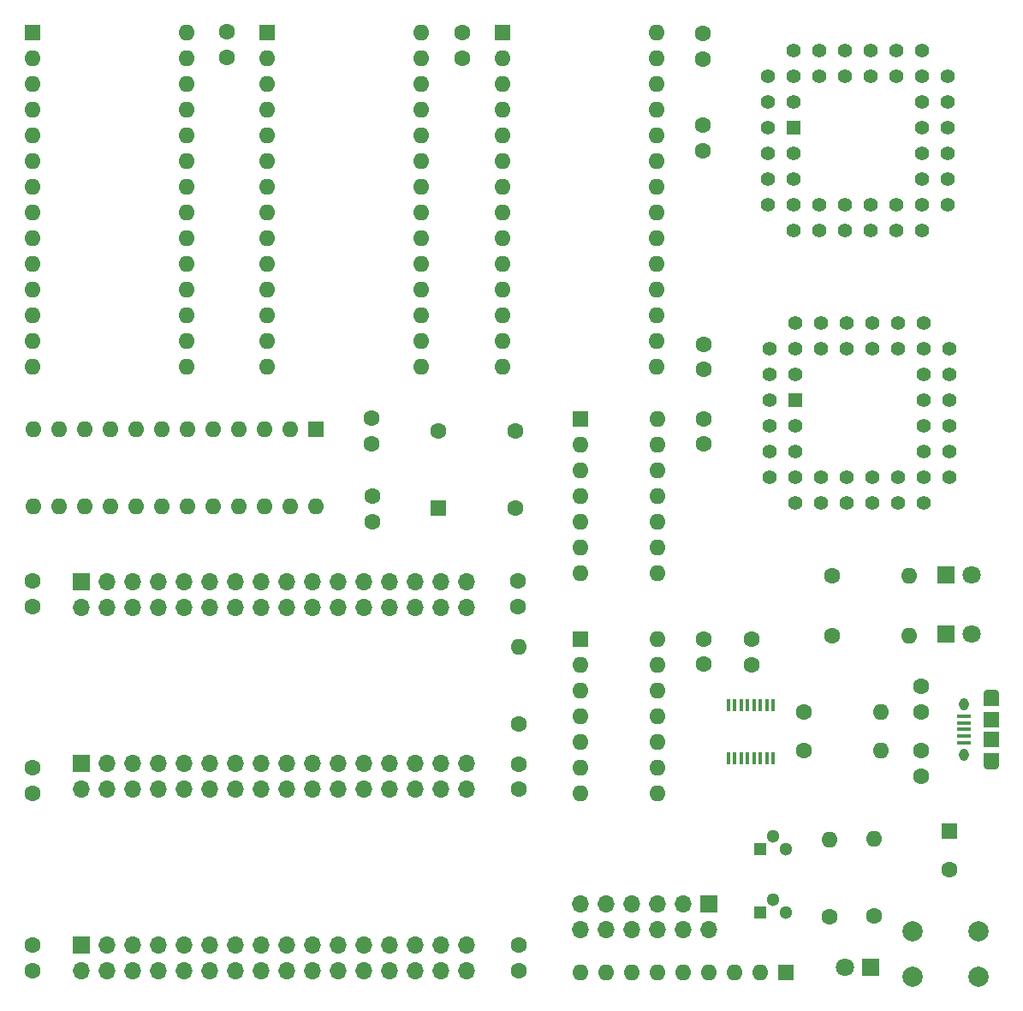
<source format=gbr>
%TF.GenerationSoftware,KiCad,Pcbnew,(5.1.9-0-10_14)*%
%TF.CreationDate,2021-09-07T13:10:11+02:00*%
%TF.ProjectId,n8 bit special,6e382062-6974-4207-9370-656369616c2e,2*%
%TF.SameCoordinates,Original*%
%TF.FileFunction,Soldermask,Top*%
%TF.FilePolarity,Negative*%
%FSLAX46Y46*%
G04 Gerber Fmt 4.6, Leading zero omitted, Abs format (unit mm)*
G04 Created by KiCad (PCBNEW (5.1.9-0-10_14)) date 2021-09-07 13:10:11*
%MOMM*%
%LPD*%
G01*
G04 APERTURE LIST*
%ADD10C,1.600000*%
%ADD11O,1.600000X1.600000*%
%ADD12R,1.600000X1.600000*%
%ADD13O,1.700000X1.700000*%
%ADD14R,1.700000X1.700000*%
%ADD15R,0.400000X1.200000*%
%ADD16C,1.422400*%
%ADD17R,1.422400X1.422400*%
%ADD18C,1.800000*%
%ADD19R,1.800000X1.800000*%
%ADD20R,1.300000X1.300000*%
%ADD21C,1.300000*%
%ADD22O,1.550000X0.890000*%
%ADD23R,1.550000X1.200000*%
%ADD24R,1.550000X1.500000*%
%ADD25O,0.950000X1.250000*%
%ADD26R,1.350000X0.400000*%
%ADD27C,2.000000*%
G04 APERTURE END LIST*
D10*
%TO.C,C20*%
X178562000Y-108003000D03*
X178562000Y-110503000D03*
%TD*%
%TO.C,C19*%
X178587000Y-116825000D03*
X178587000Y-114325000D03*
%TD*%
%TO.C,C9*%
X157048000Y-105789000D03*
X157048000Y-103289000D03*
%TD*%
D11*
%TO.C,U10*%
X152451000Y-81559400D03*
X144831000Y-96799400D03*
X152451000Y-84099400D03*
X144831000Y-94259400D03*
X152451000Y-86639400D03*
X144831000Y-91719400D03*
X152451000Y-89179400D03*
X144831000Y-89179400D03*
X152451000Y-91719400D03*
X144831000Y-86639400D03*
X152451000Y-94259400D03*
X144831000Y-84099400D03*
X152451000Y-96799400D03*
D12*
X144831000Y-81559400D03*
%TD*%
D11*
%TO.C,R2*%
X138735000Y-104059000D03*
D10*
X138735000Y-111679000D03*
%TD*%
D13*
%TO.C,J6*%
X144869000Y-132029000D03*
X144869000Y-129489000D03*
X147409000Y-132029000D03*
X147409000Y-129489000D03*
X149949000Y-132029000D03*
X149949000Y-129489000D03*
X152489000Y-132029000D03*
X152489000Y-129489000D03*
X155029000Y-132029000D03*
X155029000Y-129489000D03*
X157569000Y-132029000D03*
D14*
X157569000Y-129489000D03*
%TD*%
D15*
%TO.C,U9*%
X163931500Y-115071000D03*
X163296500Y-115071000D03*
X162661500Y-115071000D03*
X162026500Y-115071000D03*
X161391500Y-115071000D03*
X160756500Y-115071000D03*
X160121500Y-115071000D03*
X159486500Y-115071000D03*
X159486500Y-109871000D03*
X160121500Y-109871000D03*
X160756500Y-109871000D03*
X161391500Y-109871000D03*
X162026500Y-109871000D03*
X162661500Y-109871000D03*
X163296500Y-109871000D03*
X163931500Y-109871000D03*
%TD*%
D16*
%TO.C,U8*%
X166116000Y-72059800D03*
X168656000Y-72059800D03*
X171196000Y-72059800D03*
X173736000Y-72059800D03*
X176276000Y-72059800D03*
X163576000Y-74599800D03*
X168656000Y-74599800D03*
X171196000Y-74599800D03*
X173736000Y-74599800D03*
X176276000Y-74599800D03*
X178816000Y-74599800D03*
X181356000Y-74599800D03*
X181356000Y-77139800D03*
X181356000Y-79679800D03*
X181356000Y-82219800D03*
X181356000Y-84759800D03*
X181356000Y-87299800D03*
X178816000Y-72059800D03*
X178816000Y-77139800D03*
X178816000Y-79679800D03*
X178816000Y-82219800D03*
X178816000Y-84759800D03*
X178816000Y-87299800D03*
X178816000Y-89839800D03*
X176276000Y-89839800D03*
X173736000Y-89839800D03*
X171196000Y-89839800D03*
X168656000Y-89839800D03*
X166116000Y-89839800D03*
X176276000Y-87299800D03*
X173736000Y-87299800D03*
X171196000Y-87299800D03*
X168656000Y-87299800D03*
X166116000Y-87299800D03*
X163576000Y-77139800D03*
X163576000Y-79679800D03*
X163576000Y-87299800D03*
X163576000Y-84759800D03*
X163576000Y-82219800D03*
X166116000Y-74599800D03*
X166116000Y-77139800D03*
X166116000Y-84759800D03*
X166116000Y-82219800D03*
D17*
X166116000Y-79679800D03*
%TD*%
D11*
%TO.C,R8*%
X174612000Y-110503000D03*
D10*
X166992000Y-110503000D03*
%TD*%
D11*
%TO.C,R7*%
X174625000Y-114325000D03*
D10*
X167005000Y-114325000D03*
%TD*%
D11*
%TO.C,R6*%
X177399000Y-97038200D03*
D10*
X169779000Y-97038200D03*
%TD*%
D11*
%TO.C,R5*%
X177409000Y-102941000D03*
D10*
X169789000Y-102941000D03*
%TD*%
D18*
%TO.C,D3*%
X183566000Y-96977200D03*
D19*
X181026000Y-96977200D03*
%TD*%
D18*
%TO.C,D2*%
X183592000Y-102819000D03*
D19*
X181052000Y-102819000D03*
%TD*%
D10*
%TO.C,C18*%
X161844000Y-103327000D03*
X161844000Y-105827000D03*
%TD*%
%TO.C,C17*%
X157036000Y-74157200D03*
X157036000Y-76657200D03*
%TD*%
D16*
%TO.C,U1*%
X165964000Y-45110400D03*
X168504000Y-45110400D03*
X171044000Y-45110400D03*
X173584000Y-45110400D03*
X176124000Y-45110400D03*
X163424000Y-47650400D03*
X168504000Y-47650400D03*
X171044000Y-47650400D03*
X173584000Y-47650400D03*
X176124000Y-47650400D03*
X178664000Y-47650400D03*
X181204000Y-47650400D03*
X181204000Y-50190400D03*
X181204000Y-52730400D03*
X181204000Y-55270400D03*
X181204000Y-57810400D03*
X181204000Y-60350400D03*
X178664000Y-45110400D03*
X178664000Y-50190400D03*
X178664000Y-52730400D03*
X178664000Y-55270400D03*
X178664000Y-57810400D03*
X178664000Y-60350400D03*
X178664000Y-62890400D03*
X176124000Y-62890400D03*
X173584000Y-62890400D03*
X171044000Y-62890400D03*
X168504000Y-62890400D03*
X165964000Y-62890400D03*
X176124000Y-60350400D03*
X173584000Y-60350400D03*
X171044000Y-60350400D03*
X168504000Y-60350400D03*
X165964000Y-60350400D03*
X163424000Y-50190400D03*
X163424000Y-52730400D03*
X163424000Y-60350400D03*
X163424000Y-57810400D03*
X163424000Y-55270400D03*
X165964000Y-47650400D03*
X165964000Y-50190400D03*
X165964000Y-57810400D03*
X165964000Y-55270400D03*
D17*
X165964000Y-52730400D03*
%TD*%
D20*
%TO.C,Q1*%
X162611000Y-130315000D03*
D21*
X165151000Y-130315000D03*
X163881000Y-129045000D03*
%TD*%
D11*
%TO.C,R4*%
X169532000Y-123126000D03*
D10*
X169532000Y-130746000D03*
%TD*%
%TO.C,C16*%
X124244000Y-81497800D03*
X124244000Y-83997800D03*
%TD*%
%TO.C,X1*%
X138405000Y-90373200D03*
X138405000Y-82753200D03*
X130785000Y-82753200D03*
D12*
X130785000Y-90373200D03*
%TD*%
D22*
%TO.C,J1*%
X185513000Y-108742000D03*
X185513000Y-115742000D03*
D23*
X185513000Y-109342000D03*
X185513000Y-115142000D03*
D24*
X185513000Y-111242000D03*
X185513000Y-113242000D03*
D25*
X182813000Y-109742000D03*
X182813000Y-114742000D03*
D26*
X182813000Y-110942000D03*
X182813000Y-111592000D03*
X182813000Y-112242000D03*
X182813000Y-112892000D03*
X182813000Y-113542000D03*
%TD*%
D10*
%TO.C,C2*%
X181381400Y-126050200D03*
D12*
X181381400Y-122250200D03*
%TD*%
D10*
%TO.C,C1*%
X157036000Y-84048600D03*
X157036000Y-81548600D03*
%TD*%
%TO.C,C3*%
X90723700Y-133563000D03*
X90723700Y-136063000D03*
%TD*%
%TO.C,C4*%
X138803000Y-133568000D03*
X138803000Y-136068000D03*
%TD*%
%TO.C,C7*%
X90723700Y-116016000D03*
X90723700Y-118516000D03*
%TD*%
%TO.C,C8*%
X138770000Y-118161000D03*
X138770000Y-115661000D03*
%TD*%
%TO.C,C5*%
X90723700Y-97601000D03*
X90723700Y-100101000D03*
%TD*%
%TO.C,C6*%
X138719000Y-100101000D03*
X138719000Y-97601000D03*
%TD*%
%TO.C,C11*%
X156972000Y-52541800D03*
X156972000Y-55041800D03*
%TD*%
%TO.C,C12*%
X156947000Y-43459400D03*
X156947000Y-45959400D03*
%TD*%
%TO.C,C13*%
X133223000Y-43370500D03*
X133223000Y-45870500D03*
%TD*%
%TO.C,C14*%
X109918000Y-43307000D03*
X109918000Y-45807000D03*
%TD*%
D19*
%TO.C,D1*%
X173533000Y-135712000D03*
D18*
X170993000Y-135712000D03*
%TD*%
D14*
%TO.C,J2*%
X95539600Y-97637600D03*
D13*
X95539600Y-100177600D03*
X98079600Y-97637600D03*
X98079600Y-100177600D03*
X100619600Y-97637600D03*
X100619600Y-100177600D03*
X103159600Y-97637600D03*
X103159600Y-100177600D03*
X105699600Y-97637600D03*
X105699600Y-100177600D03*
X108239600Y-97637600D03*
X108239600Y-100177600D03*
X110779600Y-97637600D03*
X110779600Y-100177600D03*
X113319600Y-97637600D03*
X113319600Y-100177600D03*
X115859600Y-97637600D03*
X115859600Y-100177600D03*
X118399600Y-97637600D03*
X118399600Y-100177600D03*
X120939600Y-97637600D03*
X120939600Y-100177600D03*
X123479600Y-97637600D03*
X123479600Y-100177600D03*
X126019600Y-97637600D03*
X126019600Y-100177600D03*
X128559600Y-97637600D03*
X128559600Y-100177600D03*
X131099600Y-97637600D03*
X131099600Y-100177600D03*
X133639600Y-97637600D03*
X133639600Y-100177600D03*
%TD*%
D14*
%TO.C,J3*%
X95541800Y-133560000D03*
D13*
X95541800Y-136100000D03*
X98081800Y-133560000D03*
X98081800Y-136100000D03*
X100621800Y-133560000D03*
X100621800Y-136100000D03*
X103161800Y-133560000D03*
X103161800Y-136100000D03*
X105701800Y-133560000D03*
X105701800Y-136100000D03*
X108241800Y-133560000D03*
X108241800Y-136100000D03*
X110781800Y-133560000D03*
X110781800Y-136100000D03*
X113321800Y-133560000D03*
X113321800Y-136100000D03*
X115861800Y-133560000D03*
X115861800Y-136100000D03*
X118401800Y-133560000D03*
X118401800Y-136100000D03*
X120941800Y-133560000D03*
X120941800Y-136100000D03*
X123481800Y-133560000D03*
X123481800Y-136100000D03*
X126021800Y-133560000D03*
X126021800Y-136100000D03*
X128561800Y-133560000D03*
X128561800Y-136100000D03*
X131101800Y-133560000D03*
X131101800Y-136100000D03*
X133641800Y-133560000D03*
X133641800Y-136100000D03*
%TD*%
%TO.C,J4*%
X133639600Y-118143000D03*
X133639600Y-115603000D03*
X131099600Y-118143000D03*
X131099600Y-115603000D03*
X128559600Y-118143000D03*
X128559600Y-115603000D03*
X126019600Y-118143000D03*
X126019600Y-115603000D03*
X123479600Y-118143000D03*
X123479600Y-115603000D03*
X120939600Y-118143000D03*
X120939600Y-115603000D03*
X118399600Y-118143000D03*
X118399600Y-115603000D03*
X115859600Y-118143000D03*
X115859600Y-115603000D03*
X113319600Y-118143000D03*
X113319600Y-115603000D03*
X110779600Y-118143000D03*
X110779600Y-115603000D03*
X108239600Y-118143000D03*
X108239600Y-115603000D03*
X105699600Y-118143000D03*
X105699600Y-115603000D03*
X103159600Y-118143000D03*
X103159600Y-115603000D03*
X100619600Y-118143000D03*
X100619600Y-115603000D03*
X98079600Y-118143000D03*
X98079600Y-115603000D03*
X95539600Y-118143000D03*
D14*
X95539600Y-115603000D03*
%TD*%
D10*
%TO.C,R1*%
X173888000Y-130696000D03*
D11*
X173888000Y-123076000D03*
%TD*%
D12*
%TO.C,RN1*%
X165176000Y-136233000D03*
D11*
X162636000Y-136233000D03*
X160096000Y-136233000D03*
X157556000Y-136233000D03*
X155016000Y-136233000D03*
X152476000Y-136233000D03*
X149936000Y-136233000D03*
X147396000Y-136233000D03*
X144856000Y-136233000D03*
%TD*%
D21*
%TO.C,U7*%
X163881000Y-122758000D03*
X165151000Y-124028000D03*
D20*
X162611000Y-124028000D03*
%TD*%
D12*
%TO.C,U6*%
X118745000Y-82537300D03*
D11*
X90805000Y-90157300D03*
X116205000Y-82537300D03*
X93345000Y-90157300D03*
X113665000Y-82537300D03*
X95885000Y-90157300D03*
X111125000Y-82537300D03*
X98425000Y-90157300D03*
X108585000Y-82537300D03*
X100965000Y-90157300D03*
X106045000Y-82537300D03*
X103505000Y-90157300D03*
X103505000Y-82537300D03*
X106045000Y-90157300D03*
X100965000Y-82537300D03*
X108585000Y-90157300D03*
X98425000Y-82537300D03*
X111125000Y-90157300D03*
X95885000Y-82537300D03*
X113665000Y-90157300D03*
X93345000Y-82537300D03*
X116205000Y-90157300D03*
X90805000Y-82537300D03*
X118745000Y-90157300D03*
%TD*%
D10*
%TO.C,C15*%
X124282000Y-89179400D03*
X124282000Y-91679400D03*
%TD*%
D27*
%TO.C,SW1*%
X177736000Y-136682000D03*
X177736000Y-132182000D03*
X184236000Y-136682000D03*
X184236000Y-132182000D03*
%TD*%
D12*
%TO.C,U2*%
X137160000Y-43370500D03*
D11*
X152400000Y-76390500D03*
X137160000Y-45910500D03*
X152400000Y-73850500D03*
X137160000Y-48450500D03*
X152400000Y-71310500D03*
X137160000Y-50990500D03*
X152400000Y-68770500D03*
X137160000Y-53530500D03*
X152400000Y-66230500D03*
X137160000Y-56070500D03*
X152400000Y-63690500D03*
X137160000Y-58610500D03*
X152400000Y-61150500D03*
X137160000Y-61150500D03*
X152400000Y-58610500D03*
X137160000Y-63690500D03*
X152400000Y-56070500D03*
X137160000Y-66230500D03*
X152400000Y-53530500D03*
X137160000Y-68770500D03*
X152400000Y-50990500D03*
X137160000Y-71310500D03*
X152400000Y-48450500D03*
X137160000Y-73850500D03*
X152400000Y-45910500D03*
X137160000Y-76390500D03*
X152400000Y-43370500D03*
%TD*%
D12*
%TO.C,U3*%
X113919000Y-43370500D03*
D11*
X129159000Y-76390500D03*
X113919000Y-45910500D03*
X129159000Y-73850500D03*
X113919000Y-48450500D03*
X129159000Y-71310500D03*
X113919000Y-50990500D03*
X129159000Y-68770500D03*
X113919000Y-53530500D03*
X129159000Y-66230500D03*
X113919000Y-56070500D03*
X129159000Y-63690500D03*
X113919000Y-58610500D03*
X129159000Y-61150500D03*
X113919000Y-61150500D03*
X129159000Y-58610500D03*
X113919000Y-63690500D03*
X129159000Y-56070500D03*
X113919000Y-66230500D03*
X129159000Y-53530500D03*
X113919000Y-68770500D03*
X129159000Y-50990500D03*
X113919000Y-71310500D03*
X129159000Y-48450500D03*
X113919000Y-73850500D03*
X129159000Y-45910500D03*
X113919000Y-76390500D03*
X129159000Y-43370500D03*
%TD*%
%TO.C,U4*%
X105918000Y-43370500D03*
X90678000Y-76390500D03*
X105918000Y-45910500D03*
X90678000Y-73850500D03*
X105918000Y-48450500D03*
X90678000Y-71310500D03*
X105918000Y-50990500D03*
X90678000Y-68770500D03*
X105918000Y-53530500D03*
X90678000Y-66230500D03*
X105918000Y-56070500D03*
X90678000Y-63690500D03*
X105918000Y-58610500D03*
X90678000Y-61150500D03*
X105918000Y-61150500D03*
X90678000Y-58610500D03*
X105918000Y-63690500D03*
X90678000Y-56070500D03*
X105918000Y-66230500D03*
X90678000Y-53530500D03*
X105918000Y-68770500D03*
X90678000Y-50990500D03*
X105918000Y-71310500D03*
X90678000Y-48450500D03*
X105918000Y-73850500D03*
X90678000Y-45910500D03*
X105918000Y-76390500D03*
D12*
X90678000Y-43370500D03*
%TD*%
%TO.C,U5*%
X144856000Y-103314000D03*
D11*
X152476000Y-118554000D03*
X144856000Y-105854000D03*
X152476000Y-116014000D03*
X144856000Y-108394000D03*
X152476000Y-113474000D03*
X144856000Y-110934000D03*
X152476000Y-110934000D03*
X144856000Y-113474000D03*
X152476000Y-108394000D03*
X144856000Y-116014000D03*
X152476000Y-105854000D03*
X144856000Y-118554000D03*
X152476000Y-103314000D03*
%TD*%
M02*

</source>
